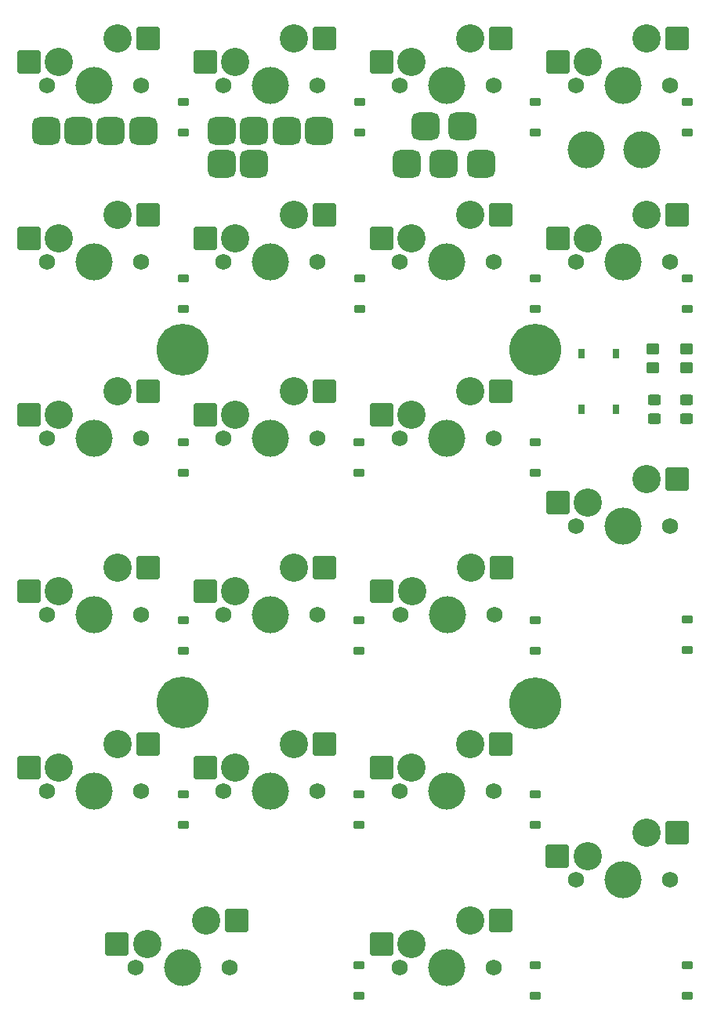
<source format=gbr>
%TF.GenerationSoftware,KiCad,Pcbnew,7.0.11*%
%TF.CreationDate,2025-01-24T11:41:37+01:00*%
%TF.ProjectId,Numpad1,4e756d70-6164-4312-9e6b-696361645f70,rev?*%
%TF.SameCoordinates,Original*%
%TF.FileFunction,Soldermask,Bot*%
%TF.FilePolarity,Negative*%
%FSLAX46Y46*%
G04 Gerber Fmt 4.6, Leading zero omitted, Abs format (unit mm)*
G04 Created by KiCad (PCBNEW 7.0.11) date 2025-01-24 11:41:37*
%MOMM*%
%LPD*%
G01*
G04 APERTURE LIST*
G04 Aperture macros list*
%AMRoundRect*
0 Rectangle with rounded corners*
0 $1 Rounding radius*
0 $2 $3 $4 $5 $6 $7 $8 $9 X,Y pos of 4 corners*
0 Add a 4 corners polygon primitive as box body*
4,1,4,$2,$3,$4,$5,$6,$7,$8,$9,$2,$3,0*
0 Add four circle primitives for the rounded corners*
1,1,$1+$1,$2,$3*
1,1,$1+$1,$4,$5*
1,1,$1+$1,$6,$7*
1,1,$1+$1,$8,$9*
0 Add four rect primitives between the rounded corners*
20,1,$1+$1,$2,$3,$4,$5,0*
20,1,$1+$1,$4,$5,$6,$7,0*
20,1,$1+$1,$6,$7,$8,$9,0*
20,1,$1+$1,$8,$9,$2,$3,0*%
G04 Aperture macros list end*
%ADD10C,1.750000*%
%ADD11C,3.050000*%
%ADD12C,4.000000*%
%ADD13RoundRect,0.250000X-1.025000X-1.000000X1.025000X-1.000000X1.025000X1.000000X-1.025000X1.000000X0*%
%ADD14C,5.600000*%
%ADD15RoundRect,0.250000X-0.450000X0.325000X-0.450000X-0.325000X0.450000X-0.325000X0.450000X0.325000X0*%
%ADD16R,0.700000X1.000000*%
%ADD17RoundRect,0.225000X0.375000X-0.225000X0.375000X0.225000X-0.375000X0.225000X-0.375000X-0.225000X0*%
%ADD18RoundRect,0.250000X0.450000X-0.350000X0.450000X0.350000X-0.450000X0.350000X-0.450000X-0.350000X0*%
%ADD19RoundRect,0.750000X0.750000X0.750000X-0.750000X0.750000X-0.750000X-0.750000X0.750000X-0.750000X0*%
%ADD20RoundRect,0.750000X-0.750000X-0.750000X0.750000X-0.750000X0.750000X0.750000X-0.750000X0.750000X0*%
G04 APERTURE END LIST*
D10*
%TO.C,SW18*%
X83382500Y-143487500D03*
D11*
X84652500Y-140947500D03*
D12*
X88462500Y-143487500D03*
D11*
X91002500Y-138407500D03*
D10*
X93542500Y-143487500D03*
D13*
X81377500Y-140947500D03*
X94304500Y-138407500D03*
%TD*%
D10*
%TO.C,SW15*%
X102437153Y-114901620D03*
D11*
X103707153Y-112361620D03*
D12*
X107517153Y-114901620D03*
D11*
X110057153Y-109821620D03*
D10*
X112597153Y-114901620D03*
D13*
X100432153Y-112361620D03*
X113359153Y-109821620D03*
%TD*%
D14*
%TO.C,H3*%
X59887500Y-133962500D03*
%TD*%
D10*
%TO.C,SW6*%
X64332500Y-86337500D03*
D11*
X65602500Y-83797500D03*
D12*
X69412500Y-86337500D03*
D11*
X71952500Y-81257500D03*
D10*
X74492500Y-86337500D03*
D13*
X62327500Y-83797500D03*
X75254500Y-81257500D03*
%TD*%
D10*
%TO.C,SW13*%
X64332500Y-124440000D03*
D11*
X65602500Y-121900000D03*
D12*
X69412500Y-124440000D03*
D11*
X71952500Y-119360000D03*
D10*
X74492500Y-124440000D03*
D13*
X62327500Y-121900000D03*
X75254500Y-119360000D03*
%TD*%
D10*
%TO.C,SW8*%
X102432500Y-86337500D03*
D11*
X103702500Y-83797500D03*
D12*
X107512500Y-86337500D03*
D11*
X110052500Y-81257500D03*
D10*
X112592500Y-86337500D03*
D13*
X100427500Y-83797500D03*
X113354500Y-81257500D03*
%TD*%
D10*
%TO.C,SW16*%
X45282500Y-143487500D03*
D11*
X46552500Y-140947500D03*
D12*
X50362500Y-143487500D03*
D11*
X52902500Y-138407500D03*
D10*
X55442500Y-143487500D03*
D13*
X43277500Y-140947500D03*
X56204500Y-138407500D03*
%TD*%
D10*
%TO.C,SW12*%
X45282500Y-124440000D03*
D11*
X46552500Y-121900000D03*
D12*
X50362500Y-124440000D03*
D11*
X52902500Y-119360000D03*
D10*
X55442500Y-124440000D03*
D13*
X43277500Y-121900000D03*
X56204500Y-119360000D03*
%TD*%
D10*
%TO.C,SW14*%
X83420000Y-124440000D03*
D11*
X84690000Y-121900000D03*
D12*
X88500000Y-124440000D03*
D11*
X91040000Y-119360000D03*
D10*
X93580000Y-124440000D03*
D13*
X81415000Y-121900000D03*
X94342000Y-119360000D03*
%TD*%
D10*
%TO.C,SW19*%
X54807500Y-162537500D03*
D11*
X56077500Y-159997500D03*
D12*
X59887500Y-162537500D03*
D11*
X62427500Y-157457500D03*
D10*
X64967500Y-162537500D03*
D13*
X52802500Y-159997500D03*
X65729500Y-157457500D03*
%TD*%
D10*
%TO.C,SW17*%
X64332500Y-143487500D03*
D11*
X65602500Y-140947500D03*
D12*
X69412500Y-143487500D03*
D11*
X71952500Y-138407500D03*
D10*
X74492500Y-143487500D03*
D13*
X62327500Y-140947500D03*
X75254500Y-138407500D03*
%TD*%
D10*
%TO.C,SW10*%
X64332500Y-105387500D03*
D11*
X65602500Y-102847500D03*
D12*
X69412500Y-105387500D03*
D11*
X71952500Y-100307500D03*
D10*
X74492500Y-105387500D03*
D13*
X62327500Y-102847500D03*
X75254500Y-100307500D03*
%TD*%
D10*
%TO.C,SW2*%
X64332500Y-67287500D03*
D11*
X65602500Y-64747500D03*
D12*
X69412500Y-67287500D03*
D11*
X71952500Y-62207500D03*
D10*
X74492500Y-67287500D03*
D13*
X62327500Y-64747500D03*
X75254500Y-62207500D03*
%TD*%
D10*
%TO.C,SW7*%
X83382500Y-86337500D03*
D11*
X84652500Y-83797500D03*
D12*
X88462500Y-86337500D03*
D11*
X91002500Y-81257500D03*
D10*
X93542500Y-86337500D03*
D13*
X81377500Y-83797500D03*
X94304500Y-81257500D03*
%TD*%
D14*
%TO.C,H2*%
X97987500Y-95862500D03*
%TD*%
%TO.C,H4*%
X97987500Y-133987900D03*
%TD*%
D10*
%TO.C,SW11*%
X83382500Y-105387500D03*
D11*
X84652500Y-102847500D03*
D12*
X88462500Y-105387500D03*
D11*
X91002500Y-100307500D03*
D10*
X93542500Y-105387500D03*
D13*
X81377500Y-102847500D03*
X94304500Y-100307500D03*
%TD*%
D10*
%TO.C,SW20*%
X83382500Y-162537500D03*
D11*
X84652500Y-159997500D03*
D12*
X88462500Y-162537500D03*
D11*
X91002500Y-157457500D03*
D10*
X93542500Y-162537500D03*
D13*
X81377500Y-159997500D03*
X94304500Y-157457500D03*
%TD*%
D10*
%TO.C,SW4*%
X102432500Y-67287500D03*
D11*
X103702500Y-64747500D03*
D12*
X107512500Y-67287500D03*
D11*
X110052500Y-62207500D03*
D10*
X112592500Y-67287500D03*
D13*
X100427500Y-64747500D03*
X113354500Y-62207500D03*
%TD*%
D10*
%TO.C,SW21*%
X102405000Y-153040000D03*
D11*
X103675000Y-150500000D03*
D12*
X107485000Y-153040000D03*
D11*
X110025000Y-147960000D03*
D10*
X112565000Y-153040000D03*
D13*
X100400000Y-150500000D03*
X113327000Y-147960000D03*
%TD*%
D14*
%TO.C,H1*%
X59887500Y-95862500D03*
%TD*%
D10*
%TO.C,SW5*%
X45282500Y-86337500D03*
D11*
X46552500Y-83797500D03*
D12*
X50362500Y-86337500D03*
D11*
X52902500Y-81257500D03*
D10*
X55442500Y-86337500D03*
D13*
X43277500Y-83797500D03*
X56204500Y-81257500D03*
%TD*%
D10*
%TO.C,SW9*%
X45282500Y-105387500D03*
D11*
X46552500Y-102847500D03*
D12*
X50362500Y-105387500D03*
D11*
X52902500Y-100307500D03*
D10*
X55442500Y-105387500D03*
D13*
X43277500Y-102847500D03*
X56204500Y-100307500D03*
%TD*%
D10*
%TO.C,SW1*%
X45282500Y-67287500D03*
D11*
X46552500Y-64747500D03*
D12*
X50362500Y-67287500D03*
D11*
X52902500Y-62207500D03*
D10*
X55442500Y-67287500D03*
D13*
X43277500Y-64747500D03*
X56204500Y-62207500D03*
%TD*%
D10*
%TO.C,SW3*%
X83382500Y-67287500D03*
D11*
X84652500Y-64747500D03*
D12*
X88462500Y-67287500D03*
D11*
X91002500Y-62207500D03*
D10*
X93542500Y-67287500D03*
D13*
X81377500Y-64747500D03*
X94304500Y-62207500D03*
%TD*%
D15*
%TO.C,D22*%
X110837500Y-101237500D03*
X110837500Y-103287500D03*
%TD*%
D16*
%TO.C,S1*%
X102987500Y-96262500D03*
X102987500Y-102262500D03*
X106687500Y-96262500D03*
X106687500Y-102262500D03*
%TD*%
D17*
%TO.C,D2*%
X79000000Y-72412500D03*
X79000000Y-69112500D03*
%TD*%
%TO.C,D9*%
X59962500Y-109150000D03*
X59962500Y-105850000D03*
%TD*%
%TO.C,D18*%
X97987500Y-147150000D03*
X97987500Y-143850000D03*
%TD*%
%TO.C,D19*%
X78975000Y-165559100D03*
X78975000Y-162259100D03*
%TD*%
%TO.C,D6*%
X79000000Y-91412500D03*
X79000000Y-88112500D03*
%TD*%
D15*
%TO.C,D23*%
X114337500Y-101237500D03*
X114337500Y-103287500D03*
%TD*%
D17*
%TO.C,D3*%
X98012500Y-72412500D03*
X98012500Y-69112500D03*
%TD*%
%TO.C,D7*%
X98012500Y-91412500D03*
X98012500Y-88112500D03*
%TD*%
%TO.C,D1*%
X59987500Y-72412500D03*
X59987500Y-69112500D03*
%TD*%
%TO.C,D15*%
X114446700Y-128286620D03*
X114446700Y-124986620D03*
%TD*%
%TO.C,D8*%
X114446700Y-91412500D03*
X114446700Y-88112500D03*
%TD*%
%TO.C,D16*%
X59962500Y-147150000D03*
X59962500Y-143850000D03*
%TD*%
%TO.C,D11*%
X97987500Y-109150000D03*
X97987500Y-105850000D03*
%TD*%
%TO.C,D10*%
X78962500Y-109150000D03*
X78962500Y-105850000D03*
%TD*%
D18*
%TO.C,R1*%
X110669567Y-97765703D03*
X110669567Y-95765703D03*
%TD*%
D17*
%TO.C,D5*%
X59987500Y-91412500D03*
X59987500Y-88112500D03*
%TD*%
D19*
%TO.C,U1*%
X45130100Y-72240500D03*
X48630100Y-72240500D03*
X52130100Y-72240500D03*
X55630100Y-72240500D03*
X67630100Y-75740500D03*
X64130100Y-75740500D03*
X74630100Y-72240500D03*
X71130100Y-72240500D03*
X67630100Y-72240500D03*
X64130100Y-72240500D03*
D20*
X86130100Y-71740500D03*
X90130100Y-71740500D03*
D19*
X92130100Y-75740500D03*
X88130100Y-75740500D03*
X84130100Y-75740500D03*
%TD*%
D18*
%TO.C,R2*%
X114344362Y-97762500D03*
X114344362Y-95762500D03*
%TD*%
D17*
%TO.C,D13*%
X78975000Y-128300000D03*
X78975000Y-125000000D03*
%TD*%
D12*
%TO.C,B-*%
X103487500Y-74262500D03*
%TD*%
D17*
%TO.C,D21*%
X114446700Y-165559100D03*
X114446700Y-162259100D03*
%TD*%
%TO.C,D4*%
X114446700Y-72412500D03*
X114446700Y-69112500D03*
%TD*%
%TO.C,D12*%
X59962500Y-128300000D03*
X59962500Y-125000000D03*
%TD*%
%TO.C,D17*%
X78962500Y-147150000D03*
X78962500Y-143850000D03*
%TD*%
%TO.C,D20*%
X97987500Y-165559100D03*
X97987500Y-162259100D03*
%TD*%
D12*
%TO.C,B+*%
X109537500Y-74262500D03*
%TD*%
D17*
%TO.C,D14*%
X97987500Y-128300000D03*
X97987500Y-125000000D03*
%TD*%
M02*

</source>
